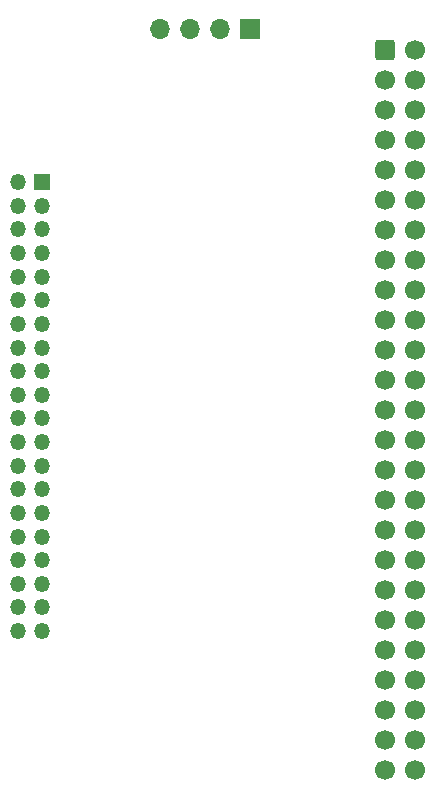
<source format=gbr>
%TF.GenerationSoftware,KiCad,Pcbnew,8.0.1*%
%TF.CreationDate,2024-04-03T09:44:09-05:00*%
%TF.ProjectId,SCSI-Adapter,53435349-2d41-4646-9170-7465722e6b69,rev?*%
%TF.SameCoordinates,Original*%
%TF.FileFunction,Soldermask,Bot*%
%TF.FilePolarity,Negative*%
%FSLAX46Y46*%
G04 Gerber Fmt 4.6, Leading zero omitted, Abs format (unit mm)*
G04 Created by KiCad (PCBNEW 8.0.1) date 2024-04-03 09:44:09*
%MOMM*%
%LPD*%
G01*
G04 APERTURE LIST*
G04 Aperture macros list*
%AMRoundRect*
0 Rectangle with rounded corners*
0 $1 Rounding radius*
0 $2 $3 $4 $5 $6 $7 $8 $9 X,Y pos of 4 corners*
0 Add a 4 corners polygon primitive as box body*
4,1,4,$2,$3,$4,$5,$6,$7,$8,$9,$2,$3,0*
0 Add four circle primitives for the rounded corners*
1,1,$1+$1,$2,$3*
1,1,$1+$1,$4,$5*
1,1,$1+$1,$6,$7*
1,1,$1+$1,$8,$9*
0 Add four rect primitives between the rounded corners*
20,1,$1+$1,$2,$3,$4,$5,0*
20,1,$1+$1,$4,$5,$6,$7,0*
20,1,$1+$1,$6,$7,$8,$9,0*
20,1,$1+$1,$8,$9,$2,$3,0*%
G04 Aperture macros list end*
%ADD10RoundRect,0.250000X-0.600000X-0.600000X0.600000X-0.600000X0.600000X0.600000X-0.600000X0.600000X0*%
%ADD11C,1.700000*%
%ADD12R,1.700000X1.700000*%
%ADD13O,1.700000X1.700000*%
%ADD14R,1.350000X1.350000*%
%ADD15O,1.350000X1.350000*%
G04 APERTURE END LIST*
D10*
%TO.C,J2*%
X195580000Y-50800000D03*
D11*
X198120000Y-50800000D03*
X195580000Y-53340000D03*
X198120000Y-53340000D03*
X195580000Y-55880000D03*
X198120000Y-55880000D03*
X195580000Y-58420000D03*
X198120000Y-58420000D03*
X195580000Y-60960000D03*
X198120000Y-60960000D03*
X195580000Y-63500000D03*
X198120000Y-63500000D03*
X195580000Y-66040000D03*
X198120000Y-66040000D03*
X195580000Y-68580000D03*
X198120000Y-68580000D03*
X195580000Y-71120000D03*
X198120000Y-71120000D03*
X195580000Y-73660000D03*
X198120000Y-73660000D03*
X195580000Y-76200000D03*
X198120000Y-76200000D03*
X195580000Y-78740000D03*
X198120000Y-78740000D03*
X195580000Y-81280000D03*
X198120000Y-81280000D03*
X195580000Y-83820000D03*
X198120000Y-83820000D03*
X195580000Y-86360000D03*
X198120000Y-86360000D03*
X195580000Y-88900000D03*
X198120000Y-88900000D03*
X195580000Y-91440000D03*
X198120000Y-91440000D03*
X195580000Y-93980000D03*
X198120000Y-93980000D03*
X195580000Y-96520000D03*
X198120000Y-96520000D03*
X195580000Y-99060000D03*
X198120000Y-99060000D03*
X195580000Y-101600000D03*
X198120000Y-101600000D03*
X195580000Y-104140000D03*
X198120000Y-104140000D03*
X195580000Y-106680000D03*
X198120000Y-106680000D03*
X195580000Y-109220000D03*
X198120000Y-109220000D03*
X195580000Y-111760000D03*
X198120000Y-111760000D03*
%TD*%
D12*
%TO.C,J3*%
X184120000Y-49000000D03*
D13*
X181580000Y-49000000D03*
X179040000Y-49000000D03*
X176500000Y-49000000D03*
%TD*%
D14*
%TO.C,J1*%
X166500000Y-62000000D03*
D15*
X164500000Y-62000000D03*
X166500000Y-64000000D03*
X164500000Y-64000000D03*
X166500000Y-66000000D03*
X164500000Y-66000000D03*
X166500000Y-68000000D03*
X164500000Y-68000000D03*
X166500000Y-70000000D03*
X164500000Y-70000000D03*
X166500000Y-72000000D03*
X164500000Y-72000000D03*
X166500000Y-74000000D03*
X164500000Y-74000000D03*
X166500000Y-76000000D03*
X164500000Y-76000000D03*
X166500000Y-78000000D03*
X164500000Y-78000000D03*
X166500000Y-80000000D03*
X164500000Y-80000000D03*
X166500000Y-82000000D03*
X164500000Y-82000000D03*
X166500000Y-84000000D03*
X164500000Y-84000000D03*
X166500000Y-86000000D03*
X164500000Y-86000000D03*
X166500000Y-88000000D03*
X164500000Y-88000000D03*
X166500000Y-90000000D03*
X164500000Y-90000000D03*
X166500000Y-92000000D03*
X164500000Y-92000000D03*
X166500000Y-94000000D03*
X164500000Y-94000000D03*
X166500000Y-96000000D03*
X164500000Y-96000000D03*
X166500000Y-98000000D03*
X164500000Y-98000000D03*
X166500000Y-100000000D03*
X164500000Y-100000000D03*
%TD*%
M02*

</source>
